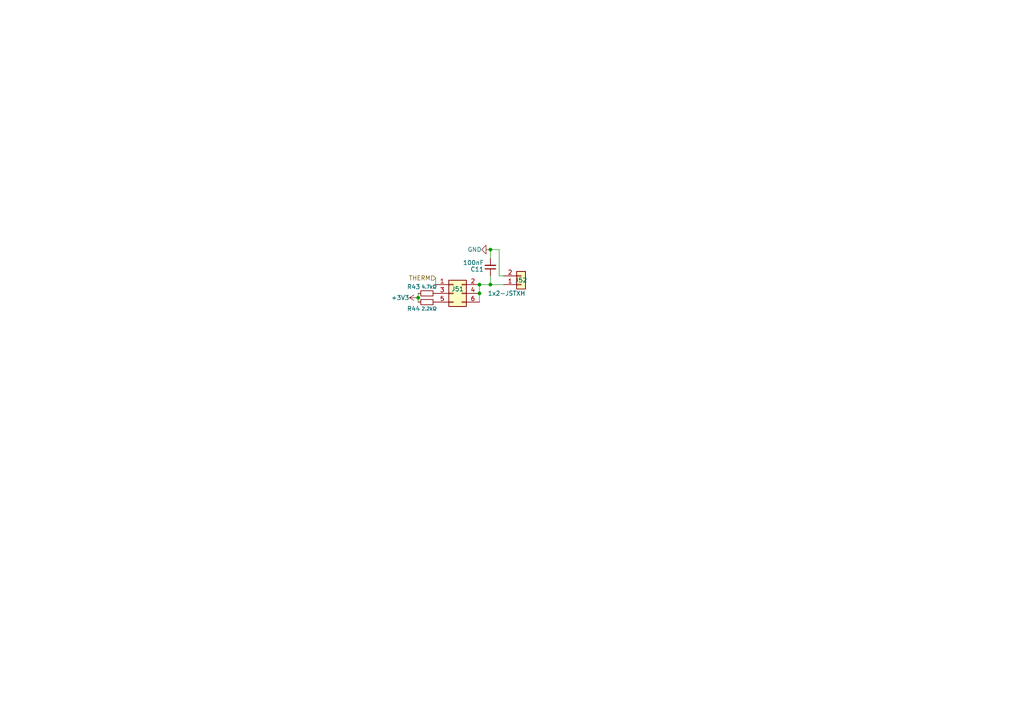
<source format=kicad_sch>
(kicad_sch (version 20250114) (generator "eeschema") (generator_version "9.0")
  (paper "A4")
  (lib_symbols
    (symbol "Connector_Generic:Conn_01x02" (pin_names (offset 1.016) (hide yes))
      (property "Reference" "J" (at 0 2.54 0))
      (property "Value" "Conn_01x02" (at 0 -5.08 0))
      (symbol "Conn_01x02_1_1"
        (rectangle (start -1.27 1.27) (end 1.27 -3.81) (stroke (width 0.254)) (fill (type background)))
        (rectangle (start -1.27 0.127) (end 0 -0.127) (stroke (width 0.1524)))
        (rectangle (start -1.27 -2.413) (end 0 -2.667) (stroke (width 0.1524)))
        (pin passive line (at -5.08 0 0) (length 3.81) (name "Pin_1") (number "1"))
        (pin passive line (at -5.08 -2.54 0) (length 3.81) (name "Pin_2") (number "2"))
      )
    )
    (symbol "Connector_Generic:Conn_02x03_Odd_Even" (pin_names (offset 1.016) (hide yes))
      (property "Reference" "J" (at 1.27 5.08 0))
      (property "Value" "Conn_02x03_Odd_Even" (at 1.27 -5.08 0))
      (symbol "Conn_02x03_Odd_Even_1_1"
        (rectangle (start -1.27 3.81) (end 3.81 -3.81) (stroke (width 0.254)) (fill (type background)))
        (rectangle (start -1.27 2.667) (end 0 2.413) (stroke (width 0.1524)))
        (rectangle (start -1.27 0.127) (end 0 -0.127) (stroke (width 0.1524)))
        (rectangle (start -1.27 -2.413) (end 0 -2.667) (stroke (width 0.1524)))
        (rectangle (start 3.81 2.667) (end 2.54 2.413) (stroke (width 0.1524)))
        (rectangle (start 3.81 0.127) (end 2.54 -0.127) (stroke (width 0.1524)))
        (rectangle (start 3.81 -2.413) (end 2.54 -2.667) (stroke (width 0.1524)))
        (pin passive line (at -5.08 2.54 0) (length 3.81) (name "Pin_1") (number "1"))
        (pin passive line (at -5.08 0 0) (length 3.81) (name "Pin_3") (number "3"))
        (pin passive line (at -5.08 -2.54 0) (length 3.81) (name "Pin_5") (number "5"))
        (pin passive line (at 7.62 2.54 180) (length 3.81) (name "Pin_2") (number "2"))
        (pin passive line (at 7.62 0 180) (length 3.81) (name "Pin_4") (number "4"))
        (pin passive line (at 7.62 -2.54 180) (length 3.81) (name "Pin_6") (number "6"))
      )
    )
    (symbol "Device:C_Small" (pin_numbers (hide yes)) (pin_names (offset 0.254) (hide yes))
      (property "Reference" "C" (at 0.254 1.778 0))
      (property "Value" "C_Small" (at 0.254 -2.032 0))
      (symbol "C_Small_0_1"
        (polyline (pts (xy -1.524 0.508) (xy 1.524 0.508)) (stroke (width 0.3048)))
        (polyline (pts (xy -1.524 -0.508) (xy 1.524 -0.508)) (stroke (width 0.3302)))
      )
      (symbol "C_Small_1_1"
        (pin passive line (at 0 2.54 270) (length 2.032) (name "~") (number "1"))
        (pin passive line (at 0 -2.54 90) (length 2.032) (name "~") (number "2"))
      )
    )
    (symbol "Device:R_Small" (pin_numbers (hide yes)) (pin_names (offset 0.254) (hide yes))
      (property "Reference" "R" (at 0.762 0.508 0))
      (property "Value" "R_Small" (at 0.762 -1.016 0))
      (symbol "R_Small_0_1"
        (rectangle (start -0.762 1.778) (end 0.762 -1.778) (stroke (width 0.2032)))
      )
      (symbol "R_Small_1_1"
        (pin passive line (at 0 2.54 270) (length 0.762) (name "~") (number "1"))
        (pin passive line (at 0 -2.54 90) (length 0.762) (name "~") (number "2"))
      )
    )
    (symbol "power:+3V3" (power) (pin_numbers (hide yes)) (pin_names (offset 0) (hide yes))
      (property "Value" "+3V3" (at 0 3.556 0))
      (symbol "+3V3_0_1"
        (polyline (pts (xy -0.762 1.27) (xy 0 2.54)))
        (polyline (pts (xy 0 2.54) (xy 0.762 1.27)))
        (polyline (pts (xy 0 0) (xy 0 2.54)))
      )
      (symbol "+3V3_1_1"
        (pin power_in line (at 0 0 90) (length 0) (name "~") (number "1"))
      )
    )
    (symbol "power:GND" (power) (pin_numbers (hide yes)) (pin_names (offset 0) (hide yes))
      (property "Value" "GND" (at 0 -3.81 0))
      (symbol "GND_0_1"
        (polyline (pts (xy 0 0) (xy 0 -1.27) (xy 1.27 -1.27) (xy 0 -2.54) (xy -1.27 -1.27) (xy 0 -1.27)))
      )
      (symbol "GND_1_1"
        (pin power_in line (at 0 0 270) (length 0) (name "~") (number "1"))
      )
    )
  )
  (junction (at 121.285 86.36))
  (junction (at 142.24 72.39))
  (junction (at 142.24 82.55))
  (junction (at 139.065 82.55))
  (junction (at 139.065 85.09))
  (wire (pts (xy 121.285 85.09) (xy 121.285 86.36)))
  (wire (pts (xy 142.24 80.01) (xy 142.24 82.55)))
  (wire (pts (xy 139.065 85.09) (xy 139.065 87.63)))
  (wire (pts (xy 144.78 72.39) (xy 144.78 80.01)))
  (wire (pts (xy 144.78 80.01) (xy 146.05 80.01)))
  (wire (pts (xy 121.285 86.36) (xy 121.285 87.63)))
  (wire (pts (xy 139.065 82.55) (xy 142.24 82.55)))
  (wire (pts (xy 126.365 80.645) (xy 126.365 82.55)))
  (wire (pts (xy 142.24 72.39) (xy 144.78 72.39)))
  (wire (pts (xy 139.065 82.55) (xy 139.065 85.09)))
  (wire (pts (xy 142.24 82.55) (xy 146.05 82.55)))
  (wire (pts (xy 142.24 72.39) (xy 142.24 74.93)))
  (hierarchical_label "THERM" (shape input) (at 126.365 80.645 180))
  (symbol (lib_id "Connector_Generic:Conn_02x03_Odd_Even") (at 131.445 85.09 0) (unit 1)
    (property "Reference" "J49" (at 132.715 83.82 0))
    (property "Value" "Conn_02x03_Odd_Even" (effects (hide yes)))
    (property "Footprint" "Connector_PinHeader_2.54mm:PinHeader_2x03_P2.54mm_Vertical" (effects (hide yes)))
    (property "Description" "Generic connector, double row, 02x03, odd/even pin numbering scheme (row 1 odd numbers, row 2 even numbers), script generated (kicad-library-utils/schlib/autogen/connector/)" (effects (hide yes)))
    (instances (project "" (path "" (reference "J51") (unit 1)) (path "" (reference "J49") (unit 1)) (path "" (reference "J53") (unit 1))))
  )
  (symbol (lib_id "Device:R_Small") (at 123.825 85.09 270) (unit 1)
    (property "Reference" "R5" (at 121.92 83.185 90) (effects (justify right)))
    (property "Value" "4.7kΩ" (at 124.46 83.185 90) (effects (font (size 1 1))))
    (property "Footprint" "Resistor_SMD:R_0402_1005Metric" (effects (hide yes)))
    (property "Description" "Resistor, small symbol" (effects (hide yes)))
    (property "LCSC" "C25900" (effects (hide yes)))
    (instances (project "StrataFet" (path "" (reference "R43") (unit 1)) (path "" (reference "R5") (unit 1)) (path "" (reference "R45") (unit 1))))
  )
  (symbol (lib_id "Device:R_Small") (at 123.825 87.63 270) (mirror x) (unit 1)
    (property "Reference" "R6" (at 121.92 89.535 90) (effects (justify right)))
    (property "Value" "2.2kΩ" (at 124.46 89.535 90) (effects (font (size 1 1))))
    (property "Footprint" "Resistor_SMD:R_0402_1005Metric" (effects (hide yes)))
    (property "Description" "Resistor, small symbol" (effects (hide yes)))
    (property "LCSC" "C25879" (effects (hide yes)))
    (instances (project "StrataFet" (path "" (reference "R44") (unit 1)) (path "" (reference "R6") (unit 1)) (path "" (reference "R46") (unit 1))))
  )
  (symbol (lib_id "Connector_Generic:Conn_01x02") (at 151.13 82.55 0) (mirror x) (unit 1)
    (property "Reference" "J50" (at 151.13 81.28 0))
    (property "Value" "1x2-JSTXH" (at 152.4 85.09 0) (effects (justify right)))
    (property "Footprint" "CustomFootprints:JST-XH_1x02-V ~ Custom" (effects (hide yes)))
    (property "Description" "Generic connector, single row, 01x02, script generated (kicad-library-utils/schlib/autogen/connector/)" (effects (hide yes)))
    (property "LCSC" "C5160911" (effects (hide yes)))
    (instances (project "StrataFet" (path "" (reference "J52") (unit 1)) (path "" (reference "J50") (unit 1)) (path "" (reference "J54") (unit 1))))
  )
  (symbol (lib_id "power:+3V3") (at 121.285 86.36 90) (unit 1)
    (property "Reference" "#PWR070" (effects (hide yes)))
    (property "Value" "+3V3" (at 118.745 86.36 90) (effects (justify left)))
    (property "Description" "Power symbol creates a global label with name \"+3V3\"" (effects (hide yes)))
    (instances (project "StrataFet" (path "" (reference "#PWR069") (unit 1)) (path "" (reference "#PWR070") (unit 1)) (path "" (reference "#PWR072") (unit 1))))
  )
  (symbol (lib_id "Device:C_Small") (at 142.24 77.47 180) (unit 1)
    (property "Reference" "C10" (at 140.335 78.105 0) (effects (justify left)))
    (property "Value" "100nF" (at 140.335 76.2 0) (effects (justify left)))
    (property "Footprint" "Capacitor_SMD:C_0402_1005Metric" (effects (hide yes)))
    (property "LCSC" "C541464" (effects (hide yes)))
    (instances (project "StrataFet" (path "" (reference "C11") (unit 1)) (path "" (reference "C10") (unit 1)) (path "" (reference "C12") (unit 1))))
  )
  (symbol (lib_id "power:GND") (at 142.24 72.39 270) (unit 1)
    (property "Reference" "#PWR071" (effects (hide yes)))
    (property "Value" "GND" (at 139.7 72.39 90) (effects (justify right)))
    (property "Description" "Power symbol creates a global label with name \"GND\" , ground" (effects (hide yes)))
    (instances (project "StrataFet" (path "" (reference "#PWR068") (unit 1)) (path "" (reference "#PWR071") (unit 1)) (path "" (reference "#PWR073") (unit 1))))
  )
)
</source>
